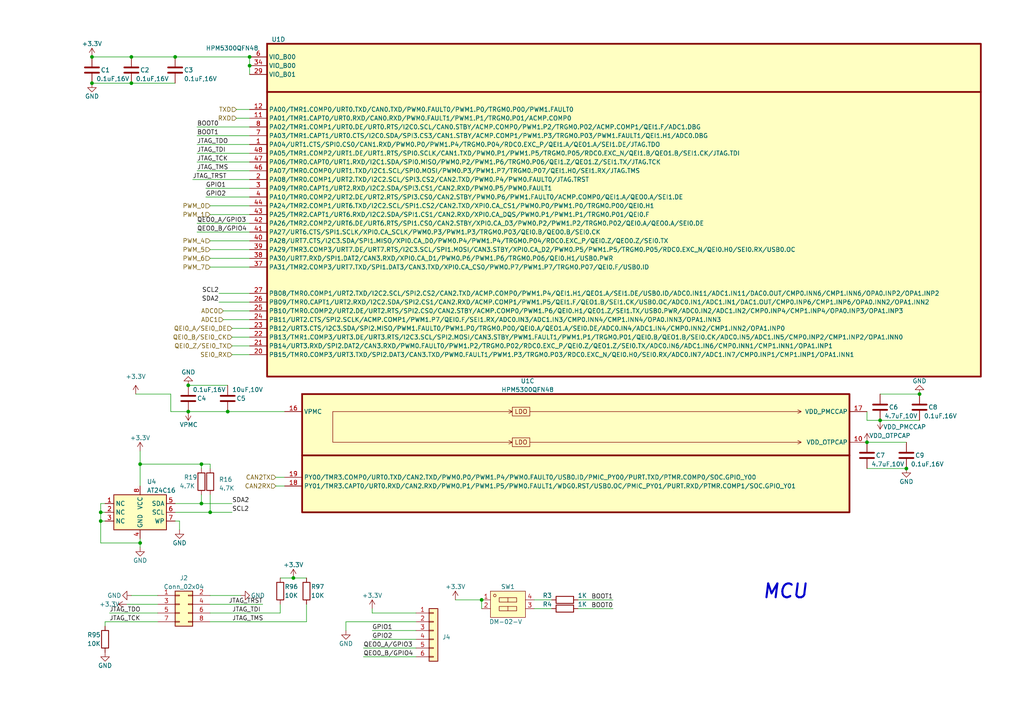
<source format=kicad_sch>
(kicad_sch (version 20230121) (generator eeschema)
  (paper "A4")
  (lib_symbols
    (symbol "00_HPM5300_Library:HPM5361IEG1"
      (property "Reference" "U" (at 1.27 1.27 0))
      (property "Value" "HPM5361IEG1" (at 26.67 1.27 0))
      (property "Footprint" "00_HPM_Library:QFN-48_6x6mm_P0.4mm_EP4.2x4.2mm" (at 19.05 7.62 0))
      (symbol "HPM5361IEG1_1_0"
        (pin power_in line (at 38.1 -21.59 180) (length 2.54) (name "VSS") (number "49"))
      )
      (symbol "HPM5361IEG1_1_1"
        (polyline (pts (xy 0 -44.45) (xy 35.56 -44.45)) (stroke (width 0.508)))
        (polyline (pts (xy 8.89 -6.35) (xy 14.605 -6.35) (xy 14.605 -10.16) (xy 13.97 -9.525) (xy 14.605 -10.16) (xy 15.24 -9.525)))
        (polyline (pts (xy 14.605 -12.7) (xy 14.605 -16.51) (xy 8.89 -16.51) (xy 9.525 -15.875) (xy 8.89 -16.51) (xy 9.525 -17.145)))
        (rectangle (start 0 0) (end 35.56 -60.96) (stroke (width 0.508)) (fill (type background)))
        (rectangle (start 1.27 -5.08) (end 8.89 -7.62))
        (rectangle (start 10.16 -10.16) (end 17.78 -12.7))
        (text "Analog_Domain" (at 11.43 -46.99 0) (effects (font (size 1.778 1.778))))
        (text "DCDC" (at 13.97 -11.43 0) (effects (font (size 1.27 1.27))))
        (text "DCDC_Domain" (at 10.16 -2.54 0) (effects (font (size 1.778 1.778))))
        (text "Internal" (at 5.08 -6.35 0) (effects (font (size 1.27 1.27))))
        (pin power_in line (at -5.08 -16.51 0) (length 5.08) (name "DCDC_LP") (number "15"))
        (pin power_in line (at 40.64 -11.43 180) (length 5.08) (name "VDD_SOC") (number "28"))
        (pin power_in line (at 40.64 -55.88 180) (length 5.08) (name "VREFL") (number "30"))
        (pin power_in line (at 40.64 -49.53 180) (length 5.08) (name "VREFH") (number "31"))
        (pin power_in line (at -5.08 -55.88 0) (length 5.08) (name "VANA") (number "32"))
        (pin power_in line (at 40.64 -13.97 180) (length 5.08) (name "VDD_SOC") (number "33"))
        (pin power_in line (at 40.64 -16.51 180) (length 5.08) (name "VDD_SOC") (number "45"))
        (pin power_in line (at 40.64 -6.35 180) (length 5.08) (name "VDD_SOC") (number "5"))
        (pin power_in line (at 40.64 -8.89 180) (length 5.08) (name "VDD_SOC") (number "9"))
      )
      (symbol "HPM5361IEG1_2_1"
        (rectangle (start 0 0) (end 35.56 -30.48) (stroke (width 0.508)) (fill (type background)))
        (pin input line (at -5.08 -20.32 0) (length 5.08) (name "RESETN") (number "13"))
        (pin input line (at -5.08 -24.13 0) (length 5.08) (name "WAKEUP") (number "14"))
        (pin input line (at -5.08 -5.08 0) (length 5.08) (name "XTALI") (number "35"))
        (pin output line (at -5.08 -15.24 0) (length 5.08) (name "XTALO") (number "36"))
      )
      (symbol "HPM5361IEG1_3_0"
        (polyline (pts (xy 8.89 -13.97) (xy 60.96 -13.97) (xy 59.944 -13.462) (xy 60.96 -13.97) (xy 59.944 -14.478)))
        (polyline (pts (xy 8.89 -5.08) (xy 60.96 -5.08) (xy 59.944 -4.572) (xy 60.96 -5.08) (xy 59.944 -5.588)))
        (polyline (pts (xy 66.04 -13.97) (xy 144.78 -13.97) (xy 143.764 -13.462) (xy 144.78 -13.97) (xy 143.764 -14.478)))
        (polyline (pts (xy 66.04 -5.08) (xy 144.78 -5.08) (xy 143.764 -4.572) (xy 144.78 -5.08) (xy 143.764 -5.588)))
      )
      (symbol "HPM5361IEG1_3_1"
        (polyline (pts (xy 0 -17.78) (xy 158.75 -17.78)) (stroke (width 0.508)))
        (polyline (pts (xy 8.89 -12.7) (xy 8.89 -5.08) (xy 8.89 -13.97)))
        (rectangle (start 0 0) (end 158.75 -34.29) (stroke (width 0.508)) (fill (type background)))
        (rectangle (start 60.96 -12.7) (end 66.04 -15.24))
        (rectangle (start 60.96 -3.81) (end 66.04 -6.35))
        (text "LDO" (at 63.5 -13.97 0) (effects (font (size 1.27 1.27))))
        (text "LDO" (at 63.5 -5.08 0) (effects (font (size 1.27 1.27))))
        (pin power_out line (at 163.83 -13.97 180) (length 5.08) (name "VDD_OTPCAP") (number "10"))
        (pin power_in line (at -5.08 -5.08 0) (length 5.08) (name "VPMC") (number "16"))
        (pin power_out line (at 163.83 -5.08 180) (length 5.08) (name "VDD_PMCCAP") (number "17"))
        (pin bidirectional line (at -5.08 -26.67 0) (length 5.08) (name "PY01/TMR3.CAPT0/URT0.RXD/CAN2.RXD/PWM0.P1/PWM1.P5/PWM0.FAULT1/WDG0.RST/USB0.OC/PMIC_PY01/PURT.RXD/PTMR.COMP1/SOC.GPIO_Y01") (number "18"))
        (pin bidirectional line (at -5.08 -24.13 0) (length 5.08) (name "PY00/TMR3.COMP0/URT0.TXD/CAN2.TXD/PWM0.P0/PWM1.P4/PWM0.FAULT0/USB0.ID/PMIC_PY00/PURT.TXD/PTMR.COMP0/SOC.GPIO_Y00") (number "19"))
      )
      (symbol "HPM5361IEG1_4_1"
        (polyline (pts (xy 0 -13.97) (xy 207.01 -13.97)) (stroke (width 0.5)))
        (rectangle (start 0 0) (end 207.01 -96.52) (stroke (width 0.508)) (fill (type background)))
        (pin bidirectional line (at -5.08 -29.21 0) (length 5.08) (name "PA04/URT1.CTS/SPI0.CS0/CAN1.RXD/PWM0.P0/PWM1.P4/TRGM0.P04/RDC0.EXC_P/QEI1.A/QEO1.A/SEI1.DE/JTAG.TDO") (number "1"))
        (pin bidirectional line (at -5.08 -21.59 0) (length 5.08) (name "PA01/TMR1.CAPT0/URT0.RXD/CAN0.RXD/PWM0.FAULT1/PWM1.P1/TRGM0.P01/ACMP.COMP0") (number "11"))
        (pin bidirectional line (at -5.08 -19.05 0) (length 5.08) (name "PA00/TMR1.COMP0/URT0.TXD/CAN0.TXD/PWM0.FAULT0/PWM1.P0/TRGM0.P00/PWM1.FAULT0") (number "12"))
        (pin bidirectional line (at -5.08 -39.37 0) (length 5.08) (name "PA08/TMR0.COMP1/URT2.TXD/I2C2.SCL/SPI3.CS2/CAN2.TXD/PWM0.P4/PWM0.FAULT0/JTAG.TRST") (number "2"))
        (pin bidirectional line (at -5.08 -90.17 0) (length 5.08) (name "PB15/TMR0.COMP3/URT3.TXD/SPI2.DAT3/CAN3.TXD/PWM0.FAULT1/PWM1.P3/TRGM0.P03/RDC0.EXC_N/QEI0.H0/SEI0.RX/ADC0.IN7/ADC1.IN7/CMP0.INP1/CMP1.INP1/OPA1.INN1") (number "20"))
        (pin bidirectional line (at -5.08 -87.63 0) (length 5.08) (name "PB14/URT3.RXD/SPI2.DAT2/CAN3.RXD/PWM0.FAULT0/PWM1.P2/TRGM0.P02/RDC0.EXC_P/QEI0.Z/QEO1.Z/SEI0.TX/ADC0.IN6/ADC1.IN6/CMP0.INN1/CMP1.INN1/OPA1.INP1") (number "21"))
        (pin bidirectional line (at -5.08 -85.09 0) (length 5.08) (name "PB13/TMR1.COMP3/URT3.DE/URT3.RTS/I2C3.SCL/SPI2.MOSI/CAN3.STBY/PWM1.FAULT1/PWM1.P1/TRGM0.P01/QEI0.B/QEO1.B/SEI0.CK/ADC0.IN5/ADC1.IN5/CMP0.INP2/CMP1.INP2/OPA1.INN0") (number "22"))
        (pin bidirectional line (at -5.08 -82.55 0) (length 5.08) (name "PB12/URT3.CTS/I2C3.SDA/SPI2.MISO/PWM1.FAULT0/PWM1.P0/TRGM0.P00/QEI0.A/QEO1.A/SEI0.DE/ADC0.IN4/ADC1.IN4/CMP0.INN2/CMP1.INN2/OPA1.INP0") (number "23"))
        (pin bidirectional line (at -5.08 -80.01 0) (length 5.08) (name "PB11/URT2.CTS/SPI2.SCLK/ACMP.COMP1/PWM1.P7/QEI0.F/SEI1.RX/ADC0.IN3/ADC1.IN3/CMP0.INN4/CMP1.INN4/OPA0.INN3/OPA1.INN3") (number "24"))
        (pin bidirectional line (at -5.08 -77.47 0) (length 5.08) (name "PB10/TMR0.COMP2/URT2.DE/URT2.RTS/SPI2.CS0/CAN2.STBY/ACMP.COMP0/PWM1.P6/QEI0.H1/QEO1.Z/SEI1.TX/USB0.PWR/ADC0.IN2/ADC1.IN2/CMP0.INP4/CMP1.INP4/OPA0.INP3/OPA1.INP3") (number "25"))
        (pin bidirectional line (at -5.08 -74.93 0) (length 5.08) (name "PB09/TMR0.CAPT1/URT2.RXD/I2C2.SDA/SPI2.CS1/CAN2.RXD/ACMP.COMP1/PWM1.P5/QEI1.F/QEO1.B/SEI1.CK/USB0.OC/ADC0.IN1/ADC1.IN1/DAC1.OUT/CMP0.INP6/CMP1.INP6/OPA0.INN2/OPA1.INN2") (number "26"))
        (pin bidirectional line (at -5.08 -72.39 0) (length 5.08) (name "PB08/TMR0.COMP1/URT2.TXD/I2C2.SCL/SPI2.CS2/CAN2.TXD/ACMP.COMP0/PWM1.P4/QEI1.H1/QEO1.A/SEI1.DE/USB0.ID/ADC0.IN11/ADC1.IN11/DAC0.OUT/CMP0.INN6/CMP1.INN6/OPA0.INP2/OPA1.INP2") (number "27"))
        (pin power_in line (at -5.08 -8.89 0) (length 5.08) (name "VIO_B01") (number "29"))
        (pin bidirectional line (at -5.08 -41.91 0) (length 5.08) (name "PA09/TMR0.CAPT1/URT2.RXD/I2C2.SDA/SPI3.CS1/CAN2.RXD/PWM0.P5/PWM0.FAULT1") (number "3"))
        (pin power_in line (at -5.08 -6.35 0) (length 5.08) (name "VIO_B00") (number "34"))
        (pin bidirectional line (at -5.08 -64.77 0) (length 5.08) (name "PA31/TMR2.COMP3/URT7.TXD/SPI1.DAT3/CAN3.TXD/XPI0.CA_CS0/PWM0.P7/PWM1.P7/TRGM0.P07/QEI0.F/USB0.ID") (number "37"))
        (pin bidirectional line (at -5.08 -62.23 0) (length 5.08) (name "PA30/URT7.RXD/SPI1.DAT2/CAN3.RXD/XPI0.CA_D1/PWM0.P6/PWM1.P6/TRGM0.P06/QEI0.H1/USB0.PWR") (number "38"))
        (pin bidirectional line (at -5.08 -59.69 0) (length 5.08) (name "PA29/TMR3.COMP3/URT7.DE/URT7.RTS/I2C3.SCL/SPI1.MOSI/CAN3.STBY/XPI0.CA_D2/PWM0.P5/PWM1.P5/TRGM0.P05/RDC0.EXC_N/QEI0.H0/SEI0.RX/USB0.OC") (number "39"))
        (pin bidirectional line (at -5.08 -44.45 0) (length 5.08) (name "PA10/TMR0.COMP2/URT2.DE/URT2.RTS/SPI3.CS0/CAN2.STBY/PWM0.P6/PWM1.FAULT0/ACMP.COMP0/QEI1.A/QEO0.A/SEI1.DE") (number "4"))
        (pin bidirectional line (at -5.08 -57.15 0) (length 5.08) (name "PA28/URT7.CTS/I2C3.SDA/SPI1.MISO/XPI0.CA_D0/PWM0.P4/PWM1.P4/TRGM0.P04/RDC0.EXC_P/QEI0.Z/QEO0.Z/SEI0.TX") (number "40"))
        (pin bidirectional line (at -5.08 -54.61 0) (length 5.08) (name "PA27/URT6.CTS/SPI1.SCLK/XPI0.CA_SCLK/PWM0.P3/PWM1.P3/TRGM0.P03/QEI0.B/QEO0.B/SEI0.CK") (number "41"))
        (pin bidirectional line (at -5.08 -52.07 0) (length 5.08) (name "PA26/TMR2.COMP2/URT6.DE/URT6.RTS/SPI1.CS0/CAN2.STBY/XPI0.CA_D3/PWM0.P2/PWM1.P2/TRGM0.P02/QEI0.A/QEO0.A/SEI0.DE") (number "42"))
        (pin bidirectional line (at -5.08 -49.53 0) (length 5.08) (name "PA25/TMR2.CAPT1/URT6.RXD/I2C2.SDA/SPI1.CS1/CAN2.RXD/XPI0.CA_DQS/PWM0.P1/PWM1.P1/TRGM0.P01/QEI0.F") (number "43"))
        (pin bidirectional line (at -5.08 -46.99 0) (length 5.08) (name "PA24/TMR2.COMP1/URT6.TXD/I2C2.SCL/SPI1.CS2/CAN2.TXD/XPI0.CA_CS1/PWM0.P0/PWM1.P0/TRGM0.P00/QEI0.H1") (number "44"))
        (pin bidirectional line (at -5.08 -36.83 0) (length 5.08) (name "PA07/TMR0.COMP0/URT1.TXD/I2C1.SCL/SPI0.MOSI/PWM0.P3/PWM1.P7/TRGM0.P07/QEI1.H0/SEI1.RX/JTAG.TMS") (number "46"))
        (pin bidirectional line (at -5.08 -34.29 0) (length 5.08) (name "PA06/TMR0.CAPT0/URT1.RXD/I2C1.SDA/SPI0.MISO/PWM0.P2/PWM1.P6/TRGM0.P06/QEI1.Z/QEO1.Z/SEI1.TX/JTAG.TCK") (number "47"))
        (pin bidirectional line (at -5.08 -31.75 0) (length 5.08) (name "PA05/TMR1.COMP2/URT1.DE/URT1.RTS/SPI0.SCLK/CAN1.TXD/PWM0.P1/PWM1.P5/TRGM0.P05/RDC0.EXC_N/QEI1.B/QEO1.B/SEI1.CK/JTAG.TDI") (number "48"))
        (pin power_in line (at -5.08 -3.81 0) (length 5.08) (name "VIO_B00") (number "6"))
        (pin bidirectional line (at -5.08 -26.67 0) (length 5.08) (name "PA03/TMR1.CAPT1/URT0.CTS/I2C0.SDA/SPI3.CS3/CAN1.STBY/ACMP.COMP1/PWM1.P3/TRGM0.P03/PWM1.FAULT1/QEI1.H1/ADC0.DBG") (number "7"))
        (pin bidirectional line (at -5.08 -24.13 0) (length 5.08) (name "PA02/TMR1.COMP1/URT0.DE/URT0.RTS/I2C0.SCL/CAN0.STBY/ACMP.COMP0/PWM1.P2/TRGM0.P02/ACMP.COMP1/QEI1.F/ADC1.DBG") (number "8"))
      )
    )
    (symbol "00_HPM_power:VDD_OTPCAP" (power) (pin_names (offset 0))
      (property "Value" "VDD_OTPCAP" (at 0 3.81 0))
      (symbol "VDD_OTPCAP_0_1"
        (polyline (pts (xy -0.762 1.27) (xy 0 2.54)))
        (polyline (pts (xy 0 0) (xy 0 2.54)))
        (polyline (pts (xy 0 2.54) (xy 0.762 1.27)))
      )
      (symbol "VDD_OTPCAP_1_1"
        (pin power_in line (at 0 0 90) (length 0) hide (name "VDD_OTPCAP") (number "1"))
      )
    )
    (symbol "00_HPM_power:VDD_PMCCAP" (power) (pin_names (offset 0))
      (property "Value" "VDD_PMCCAP" (at 0 3.81 0))
      (symbol "VDD_PMCCAP_0_1"
        (polyline (pts (xy -0.762 1.27) (xy 0 2.54)))
        (polyline (pts (xy 0 0) (xy 0 2.54)))
        (polyline (pts (xy 0 2.54) (xy 0.762 1.27)))
      )
      (symbol "VDD_PMCCAP_1_1"
        (pin power_in line (at 0 0 90) (length 0) hide (name "VDD_PMCCAP") (number "1"))
      )
    )
    (symbol "00_HPM_power:VPMC" (power) (pin_names (offset 0))
      (property "Value" "VPMC" (at 0 3.81 0))
      (symbol "VPMC_0_1"
        (polyline (pts (xy -0.762 1.27) (xy 0 2.54)))
        (polyline (pts (xy 0 0) (xy 0 2.54)))
        (polyline (pts (xy 0 2.54) (xy 0.762 1.27)))
      )
      (symbol "VPMC_1_1"
        (pin power_in line (at 0 0 90) (length 0) hide (name "VPMC") (number "1"))
      )
    )
    (symbol "01-HPM-Peripheral:DM-02-V" (pin_names (offset 1.016) hide)
      (property "Reference" "SW" (at -0.635 5.08 0))
      (property "Value" "DM-02-V" (at -0.635 -5.08 0))
      (symbol "DM-02-V_1_1"
        (rectangle (start -5.08 -3.81) (end 5.08 3.81) (fill (type background)))
        (circle (center -3.81 2.54) (radius 0.381))
        (rectangle (start -2.54 -1.905) (end 2.54 -0.635))
        (rectangle (start -2.54 0.635) (end 2.54 1.905))
        (polyline (pts (xy 0 -0.635) (xy 0 -1.905)))
        (polyline (pts (xy 0 1.905) (xy 0 0.635)))
        (pin input line (at -7.62 1.27 0) (length 2.54) (name "PIN1") (number "1"))
        (pin input line (at -7.62 -1.27 0) (length 2.54) (name "PIN2") (number "2"))
        (pin input line (at 7.62 -1.27 180) (length 2.54) (name "PIN3") (number "3"))
        (pin input line (at 7.62 1.27 180) (length 2.54) (name "PIN4") (number "4"))
      )
    )
    (symbol "02_HPM_Resistor:10K_0402" (pin_numbers hide) (pin_names (offset 0))
      (property "Reference" "R" (at 0 3.81 0))
      (property "Value" "10K" (at 0 6.35 0))
      (symbol "10K_0402_0_1"
        (rectangle (start 2.54 -1.016) (end -2.54 1.016) (stroke (width 0.254)))
      )
      (symbol "10K_0402_1_1"
        (pin passive line (at -3.81 0 0) (length 1.27) (name "~") (number "1"))
        (pin passive line (at 3.81 0 180) (length 1.27) (name "~") (number "2"))
      )
    )
    (symbol "02_HPM_Resistor:1K_0402" (pin_numbers hide) (pin_names (offset 0))
      (property "Reference" "R" (at 0 3.81 0))
      (property "Value" "1K" (at 0 6.35 0))
      (symbol "1K_0402_0_1"
        (rectangle (start 2.54 -1.016) (end -2.54 1.016) (stroke (width 0.254)))
      )
      (symbol "1K_0402_1_1"
        (pin passive line (at -3.81 0 0) (length 1.27) (name "~") (number "1"))
        (pin passive line (at 3.81 0 180) (length 1.27) (name "~") (number "2"))
      )
    )
    (symbol "02_HPM_Resistor:4.7K_0402" (pin_numbers hide) (pin_names (offset 0))
      (property "Reference" "R" (at 0 3.81 0))
      (property "Value" "4.7K" (at 0 6.35 0))
      (symbol "4.7K_0402_0_1"
        (rectangle (start 2.54 -1.016) (end -2.54 1.016) (stroke (width 0.254)))
      )
      (symbol "4.7K_0402_1_1"
        (pin passive line (at -3.81 0 0) (length 1.27) (name "~") (number "1"))
        (pin passive line (at 3.81 0 180) (length 1.27) (name "~") (number "2"))
      )
    )
    (symbol "03_HPM_Capacitance:0.1uF,16V_0402" (pin_numbers hide) (pin_names (offset 0.254))
      (property "Reference" "C" (at -1.27 10.16 0))
      (property "Value" "0.1uF,16V" (at -5.08 12.7 0))
      (symbol "0.1uF,16V_0402_0_1"
        (polyline (pts (xy -2.032 -0.762) (xy 2.032 -0.762)) (stroke (width 0.508)))
        (polyline (pts (xy -2.032 0.762) (xy 2.032 0.762)) (stroke (width 0.508)))
      )
      (symbol "0.1uF,16V_0402_1_1"
        (pin passive line (at 0 3.81 270) (length 2.794) (name "~") (number "1"))
        (pin passive line (at 0 -3.81 90) (length 2.794) (name "~") (number "2"))
      )
    )
    (symbol "03_HPM_Capacitance:10uF,10V_0402" (pin_numbers hide) (pin_names (offset 0.254))
      (property "Reference" "C" (at -3.81 15.24 0))
      (property "Value" "10uF,10V" (at -3.81 10.16 0))
      (symbol "10uF,10V_0402_0_1"
        (polyline (pts (xy -2.032 -0.762) (xy 2.032 -0.762)) (stroke (width 0.508)))
        (polyline (pts (xy -2.032 0.762) (xy 2.032 0.762)) (stroke (width 0.508)))
      )
      (symbol "10uF,10V_0402_1_1"
        (pin passive line (at 0 3.81 270) (length 2.794) (name "~") (number "1"))
        (pin passive line (at 0 -3.81 90) (length 2.794) (name "~") (number "2"))
      )
    )
    (symbol "03_HPM_Capacitance:4.7uF,10V_0402" (pin_numbers hide) (pin_names (offset 0.254))
      (property "Reference" "C" (at 0.635 2.54 0))
      (property "Value" "4.7uF,10V" (at 0.635 -2.54 0))
      (symbol "4.7uF,10V_0402_0_1"
        (polyline (pts (xy -2.032 -0.762) (xy 2.032 -0.762)) (stroke (width 0.508)))
        (polyline (pts (xy -2.032 0.762) (xy 2.032 0.762)) (stroke (width 0.508)))
      )
      (symbol "4.7uF,10V_0402_1_1"
        (pin passive line (at 0 3.81 270) (length 2.794) (name "~") (number "1"))
        (pin passive line (at 0 -3.81 90) (length 2.794) (name "~") (number "2"))
      )
    )
    (symbol "05_HPM_Connector_PinHeader:Conn_01x06" (pin_names (offset 1.016) hide)
      (property "Reference" "J" (at 0 13.97 0))
      (symbol "Conn_01x06_1_1"
        (rectangle (start 0 -1.143) (end 1.27 -1.397) (stroke (width 0.1524)))
        (rectangle (start 0 1.397) (end 1.27 1.143) (stroke (width 0.1524)))
        (rectangle (start 0 3.937) (end 1.27 3.683) (stroke (width 0.1524)))
        (rectangle (start 0 6.477) (end 1.27 6.223) (stroke (width 0.1524)))
        (rectangle (start 0 9.017) (end 1.27 8.763) (stroke (width 0.1524)))
        (rectangle (start 0 11.557) (end 1.27 11.303) (stroke (width 0.1524)))
        (rectangle (start 0 12.7) (end 2.54 -2.54) (stroke (width 0.254)) (fill (type background)))
        (pin passive line (at -3.81 11.43 0) (length 3.81) (name "Pin_1") (number "1"))
        (pin passive line (at -3.81 8.89 0) (length 3.81) (name "Pin_2") (number "2"))
        (pin passive line (at -3.81 6.35 0) (length 3.81) (name "Pin_3") (number "3"))
        (pin passive line (at -3.81 3.81 0) (length 3.81) (name "Pin_4") (number "4"))
        (pin passive line (at -3.81 1.27 0) (length 3.81) (name "Pin_5") (number "5"))
        (pin passive line (at -3.81 -1.27 0) (length 3.81) (name "Pin_6") (number "6"))
      )
    )
    (symbol "05_HPM_Connector_PinHeader:Conn_02x04" (pin_names (offset 1.016) hide)
      (property "Reference" "J" (at 1.27 5.08 0))
      (property "Value" "Conn_02x04" (at 2.54 7.62 0))
      (symbol "Conn_02x04_1_1"
        (rectangle (start -1.27 -4.953) (end 0 -5.207) (stroke (width 0.1524)))
        (rectangle (start -1.27 -2.413) (end 0 -2.667) (stroke (width 0.1524)))
        (rectangle (start -1.27 0.127) (end 0 -0.127) (stroke (width 0.1524)))
        (rectangle (start -1.27 2.667) (end 0 2.413) (stroke (width 0.1524)))
        (rectangle (start -1.27 3.81) (end 3.81 -6.35) (stroke (width 0.254)) (fill (type background)))
        (rectangle (start 3.81 -4.953) (end 2.54 -5.207) (stroke (width 0.1524)))
        (rectangle (start 3.81 -2.413) (end 2.54 -2.667) (stroke (width 0.1524)))
        (rectangle (start 3.81 0.127) (end 2.54 -0.127) (stroke (width 0.1524)))
        (rectangle (start 3.81 2.667) (end 2.54 2.413) (stroke (width 0.1524)))
        (pin passive line (at -6.35 2.54 0) (length 5.08) (name "") (number "1"))
        (pin passive line (at 8.89 2.54 180) (length 5.08) (name "") (number "2"))
        (pin passive line (at -6.35 0 0) (length 5.08) (name "") (number "3"))
        (pin passive line (at 8.89 0 180) (length 5.08) (name "") (number "4"))
        (pin passive line (at -6.35 -2.54 0) (length 5.08) (name "") (number "5"))
        (pin passive line (at 8.89 -2.54 180) (length 5.08) (name "") (number "6"))
        (pin passive line (at -6.35 -5.08 0) (length 5.08) (name "") (number "7"))
        (pin passive line (at 8.89 -5.08 180) (length 5.08) (name "") (number "8"))
      )
    )
    (symbol "10_HPM_Storage_IC:AT24C16"
      (property "Reference" "U" (at -6.35 6.35 0))
      (property "Value" "AT24C16" (at 1.27 6.35 0))
      (symbol "AT24C16_0_1"
        (rectangle (start -7.62 5.08) (end 7.62 -5.08) (stroke (width 0.254)) (fill (type background)))
      )
      (symbol "AT24C16_1_1"
        (pin input line (at -10.16 2.54 0) (length 2.54) (name "NC") (number "1"))
        (pin input line (at -10.16 0 0) (length 2.54) (name "NC") (number "2"))
        (pin input line (at -10.16 -2.54 0) (length 2.54) (name "NC") (number "3"))
        (pin power_in line (at 0 -7.62 90) (length 2.54) (name "GND") (number "4"))
        (pin bidirectional line (at 10.16 2.54 180) (length 2.54) (name "SDA") (number "5"))
        (pin input line (at 10.16 0 180) (length 2.54) (name "SCL") (number "6"))
        (pin input line (at 10.16 -2.54 180) (length 2.54) (name "WP") (number "7"))
        (pin power_in line (at 0 7.62 270) (length 2.54) (name "VCC") (number "8"))
      )
    )
    (symbol "power:+3.3V" (power) (pin_names (offset 0))
      (property "Value" "+3.3V" (at 0 3.556 0))
      (symbol "+3.3V_0_1"
        (polyline (pts (xy -0.762 1.27) (xy 0 2.54)))
        (polyline (pts (xy 0 0) (xy 0 2.54)))
        (polyline (pts (xy 0 2.54) (xy 0.762 1.27)))
      )
      (symbol "+3.3V_1_1"
        (pin power_in line (at 0 0 90) (length 0) hide (name "+3.3V") (number "1"))
      )
    )
    (symbol "power:GND" (power) (pin_names (offset 0))
      (property "Value" "GND" (at 0 -3.81 0))
      (symbol "GND_0_1"
        (polyline (pts (xy 0 0) (xy 0 -1.27) (xy 1.27 -1.27) (xy 0 -2.54) (xy -1.27 -1.27) (xy 0 -1.27)))
      )
      (symbol "GND_1_1"
        (pin power_in line (at 0 0 270) (length 0) hide (name "GND") (number "1"))
      )
    )
  )
  (junction (at 251.46 128.27))
  (junction (at 60.96 148.59))
  (junction (at 38.1 16.51))
  (junction (at 26.67 16.51))
  (junction (at 85.09 167.64))
  (junction (at 58.42 146.05))
  (junction (at 40.64 157.48))
  (junction (at 58.42 134.62))
  (junction (at 40.64 134.62))
  (junction (at 50.8 16.51))
  (junction (at 54.61 111.76))
  (junction (at 26.67 24.13))
  (junction (at 72.39 16.51))
  (junction (at 266.7 114.3))
  (junction (at 54.61 119.38))
  (junction (at 255.27 121.92))
  (junction (at 29.21 148.59))
  (junction (at 139.7 173.99))
  (junction (at 38.1 24.13))
  (junction (at 66.04 119.38))
  (junction (at 262.89 135.89))
  (junction (at 29.21 151.13))
  (junction (at 72.39 19.05))
  (wire (pts (xy 40.64 156.21) (xy 40.64 157.48)))
  (wire (pts (xy 105.41 187.96) (xy 120.65 187.96)))
  (wire (pts (xy 57.15 36.83) (xy 72.39 36.83)))
  (wire (pts (xy 81.28 177.8) (xy 81.28 175.26)))
  (wire (pts (xy 64.77 90.17) (xy 72.39 90.17)))
  (wire (pts (xy 40.64 157.48) (xy 40.64 158.75)))
  (wire (pts (xy 69.85 172.72) (xy 60.96 172.72)))
  (wire (pts (xy 57.15 49.53) (xy 72.39 49.53)))
  (wire (pts (xy 81.28 167.64) (xy 85.09 167.64)))
  (wire (pts (xy 60.96 77.47) (xy 72.39 77.47)))
  (wire (pts (xy 54.61 111.76) (xy 66.04 111.76)))
  (wire (pts (xy 100.33 180.34) (xy 100.33 182.88)))
  (wire (pts (xy 58.42 135.89) (xy 58.42 134.62)))
  (wire (pts (xy 63.5 87.63) (xy 72.39 87.63)))
  (wire (pts (xy 67.31 102.87) (xy 72.39 102.87)))
  (wire (pts (xy 49.53 119.38) (xy 54.61 119.38)))
  (wire (pts (xy 50.8 151.13) (xy 52.07 151.13)))
  (wire (pts (xy 60.96 72.39) (xy 72.39 72.39)))
  (wire (pts (xy 55.88 52.07) (xy 72.39 52.07)))
  (wire (pts (xy 57.15 64.77) (xy 72.39 64.77)))
  (wire (pts (xy 29.21 148.59) (xy 29.21 151.13)))
  (wire (pts (xy 57.15 44.45) (xy 72.39 44.45)))
  (wire (pts (xy 57.15 39.37) (xy 72.39 39.37)))
  (wire (pts (xy 64.77 92.71) (xy 72.39 92.71)))
  (wire (pts (xy 29.21 148.59) (xy 29.21 146.05)))
  (wire (pts (xy 50.8 146.05) (xy 58.42 146.05)))
  (wire (pts (xy 40.64 130.81) (xy 40.64 134.62)))
  (wire (pts (xy 50.8 16.51) (xy 72.39 16.51)))
  (wire (pts (xy 251.46 119.38) (xy 251.46 121.92)))
  (wire (pts (xy 30.48 181.61) (xy 30.48 180.34)))
  (wire (pts (xy 60.96 148.59) (xy 67.31 148.59)))
  (wire (pts (xy 154.94 173.99) (xy 160.02 173.99)))
  (wire (pts (xy 60.96 59.69) (xy 72.39 59.69)))
  (wire (pts (xy 60.96 177.8) (xy 81.28 177.8)))
  (wire (pts (xy 60.96 143.51) (xy 60.96 148.59)))
  (wire (pts (xy 107.95 182.88) (xy 120.65 182.88)))
  (wire (pts (xy 255.27 114.3) (xy 266.7 114.3)))
  (wire (pts (xy 57.15 67.31) (xy 72.39 67.31)))
  (wire (pts (xy 66.04 119.38) (xy 82.55 119.38)))
  (wire (pts (xy 139.7 173.99) (xy 139.7 176.53)))
  (wire (pts (xy 251.46 121.92) (xy 255.27 121.92)))
  (wire (pts (xy 76.2 175.26) (xy 60.96 175.26)))
  (wire (pts (xy 85.09 167.64) (xy 88.9 167.64)))
  (wire (pts (xy 120.65 177.8) (xy 107.95 177.8)))
  (wire (pts (xy 72.39 19.05) (xy 72.39 21.59)))
  (wire (pts (xy 30.48 148.59) (xy 29.21 148.59)))
  (wire (pts (xy 60.96 74.93) (xy 72.39 74.93)))
  (wire (pts (xy 58.42 134.62) (xy 40.64 134.62)))
  (wire (pts (xy 255.27 121.92) (xy 266.7 121.92)))
  (wire (pts (xy 29.21 151.13) (xy 30.48 151.13)))
  (wire (pts (xy 68.58 31.75) (xy 72.39 31.75)))
  (wire (pts (xy 105.41 190.5) (xy 120.65 190.5)))
  (wire (pts (xy 154.94 176.53) (xy 160.02 176.53)))
  (wire (pts (xy 68.58 34.29) (xy 72.39 34.29)))
  (wire (pts (xy 80.01 138.43) (xy 82.55 138.43)))
  (wire (pts (xy 60.96 69.85) (xy 72.39 69.85)))
  (wire (pts (xy 45.72 180.34) (xy 30.48 180.34)))
  (wire (pts (xy 251.46 128.27) (xy 262.89 128.27)))
  (wire (pts (xy 132.08 173.99) (xy 139.7 173.99)))
  (wire (pts (xy 45.72 177.8) (xy 31.75 177.8)))
  (wire (pts (xy 177.8 173.99) (xy 167.64 173.99)))
  (wire (pts (xy 100.33 180.34) (xy 120.65 180.34)))
  (wire (pts (xy 107.95 185.42) (xy 120.65 185.42)))
  (wire (pts (xy 60.96 135.89) (xy 60.96 134.62)))
  (wire (pts (xy 177.8 176.53) (xy 167.64 176.53)))
  (wire (pts (xy 26.67 24.13) (xy 38.1 24.13)))
  (wire (pts (xy 67.31 95.25) (xy 72.39 95.25)))
  (wire (pts (xy 52.07 151.13) (xy 52.07 153.67)))
  (wire (pts (xy 67.31 100.33) (xy 72.39 100.33)))
  (wire (pts (xy 60.96 62.23) (xy 72.39 62.23)))
  (wire (pts (xy 49.53 119.38) (xy 49.53 114.3)))
  (wire (pts (xy 59.69 57.15) (xy 72.39 57.15)))
  (wire (pts (xy 60.96 180.34) (xy 88.9 180.34)))
  (wire (pts (xy 58.42 143.51) (xy 58.42 146.05)))
  (wire (pts (xy 251.46 135.89) (xy 262.89 135.89)))
  (wire (pts (xy 54.61 119.38) (xy 66.04 119.38)))
  (wire (pts (xy 59.69 54.61) (xy 72.39 54.61)))
  (wire (pts (xy 88.9 175.26) (xy 88.9 180.34)))
  (wire (pts (xy 58.42 146.05) (xy 67.31 146.05)))
  (wire (pts (xy 45.72 175.26) (xy 36.83 175.26)))
  (wire (pts (xy 26.67 16.51) (xy 38.1 16.51)))
  (wire (pts (xy 67.31 97.79) (xy 72.39 97.79)))
  (wire (pts (xy 72.39 16.51) (xy 72.39 19.05)))
  (wire (pts (xy 29.21 151.13) (xy 29.21 157.48)))
  (wire (pts (xy 57.15 41.91) (xy 72.39 41.91)))
  (wire (pts (xy 38.1 172.72) (xy 45.72 172.72)))
  (wire (pts (xy 60.96 134.62) (xy 58.42 134.62)))
  (wire (pts (xy 38.1 16.51) (xy 50.8 16.51)))
  (wire (pts (xy 40.64 134.62) (xy 40.64 140.97)))
  (wire (pts (xy 38.1 24.13) (xy 50.8 24.13)))
  (wire (pts (xy 80.01 140.97) (xy 82.55 140.97)))
  (wire (pts (xy 29.21 146.05) (xy 30.48 146.05)))
  (wire (pts (xy 50.8 148.59) (xy 60.96 148.59)))
  (wire (pts (xy 39.37 114.3) (xy 49.53 114.3)))
  (wire (pts (xy 57.15 46.99) (xy 72.39 46.99)))
  (wire (pts (xy 29.21 157.48) (xy 40.64 157.48)))
  (wire (pts (xy 63.5 85.09) (xy 72.39 85.09)))
  (wire (pts (xy 107.95 177.8) (xy 107.95 176.53)))
  (text "MCU" (at 220.98 173.99 0) (effects (font (size 4 4) (thickness 0.6) bold italic) (justify left bottom)))
  (label "QEO0_B{slash}GPIO4" (at 105.41 190.5 0))
  (label "SDA2" (at 67.31 146.05 0))
  (label "GPIO1" (at 59.69 54.61 0))
  (label "JTAG_TMS" (at 67.31 180.34 0))
  (label "JTAG_TRST" (at 55.88 52.07 0))
  (label "BOOT1" (at 57.15 39.37 0))
  (label "QEO0_A{slash}GPIO3" (at 105.41 187.96 0))
  (label "GPIO2" (at 107.95 185.42 0))
  (label "QEO0_B{slash}GPIO4" (at 57.15 67.31 0))
  (label "BOOT0" (at 177.8 176.53 180))
  (label "QEO0_A{slash}GPIO3" (at 57.15 64.77 0))
  (label "BOOT0" (at 57.15 36.83 0))
  (label "JTAG_TMS" (at 57.15 49.53 0))
  (label "JTAG_TDI" (at 57.15 44.45 0))
  (label "GPIO2" (at 59.69 57.15 0))
  (label "BOOT1" (at 177.8 173.99 180))
  (label "JTAG_TDO" (at 57.15 41.91 0))
  (label "SCL2" (at 67.31 148.59 0))
  (label "SCL2" (at 63.5 85.09 180))
  (label "JTAG_TCK" (at 57.15 46.99 0))
  (label "SDA2" (at 63.5 87.63 180))
  (label "JTAG_TCK" (at 31.75 180.34 0))
  (label "JTAG_TRST" (at 76.2 175.26 180))
  (label "JTAG_TDO" (at 31.75 177.8 0))
  (label "JTAG_TDI" (at 67.31 177.8 0))
  (label "GPIO1" (at 107.95 182.88 0))
  (hierarchical_label "QEI0_Z{slash}SEI0_TX" (shape input) (at 67.31 100.33 180))
  (hierarchical_label "PWM_4" (shape input) (at 60.96 69.85 180))
  (hierarchical_label "QEI0_B{slash}SEI0_CK" (shape input) (at 67.31 97.79 180))
  (hierarchical_label "ADC0" (shape input) (at 64.77 90.17 180))
  (hierarchical_label "TXD" (shape input) (at 68.58 31.75 180))
  (hierarchical_label "PWM_1" (shape input) (at 60.96 62.23 180))
  (hierarchical_label "SEI0_RX" (shape input) (at 67.31 102.87 180))
  (hierarchical_label "PWM_6" (shape input) (at 60.96 74.93 180))
  (hierarchical_label "ADC1" (shape input) (at 64.77 92.71 180))
  (hierarchical_label "QEI0_A{slash}SEI0_DE" (shape input) (at 67.31 95.25 180))
  (hierarchical_label "PWM_5" (shape input) (at 60.96 72.39 180))
  (hierarchical_label "PWM_7" (shape input) (at 60.96 77.47 180))
  (hierarchical_label "PWM_0" (shape input) (at 60.96 59.69 180))
  (hierarchical_label "CAN2RX" (shape input) (at 80.01 140.97 180))
  (hierarchical_label "CAN2TX" (shape input) (at 80.01 138.43 180))
  (hierarchical_label "RXD" (shape input) (at 68.58 34.29 180))
  (symbol (lib_id "power:+3.3V") (at 107.95 176.53 0) (unit 1)
    (property "Reference" "#PWR0125" (effects hide))
    (property "Value" "+3.3V" (at 107.95 172.72 0))
    (instances (project "HPM5300_DCServo_CTL_REVB" (path "" (reference "#PWR0125") (unit 1))) (project "HPM5300 SKT Board QFN48 REVA" (path "" (reference "#PWR0123") (unit 1))))
  )
  (symbol (lib_id "power:GND") (at 52.07 153.67 0) (unit 1)
    (property "Reference" "#PWR0153" (effects hide))
    (property "Value" "GND" (at 50.038 157.48 0) (effects (justify left)))
    (instances (project "HPM5300_DCServo_CTL_REVB" (path "" (reference "#PWR0153") (unit 1))) (project "HPM5300 SKT Board QFN32 REVA" (path "" (reference "#PWR090") (unit 1))))
  )
  (symbol (lib_id "power:+3.3V") (at 132.08 173.99 0) (unit 1)
    (property "Reference" "#PWR06" (effects hide))
    (property "Value" "+3.3V" (at 132.08 170.18 0))
    (instances (project "HPM5300_DCServo_CTL_REVB" (path "" (reference "#PWR06") (unit 1))) (project "HPM5300 SKT Board QFN48 REVA" (path "" (reference "#PWR0123") (unit 1))))
  )
  (symbol (lib_id "03_HPM_Capacitance:0.1uF,16V_0402") (at 54.61 115.57 0) (mirror x) (unit 1)
    (property "Reference" "C4" (at 57.15 115.57 0) (effects (justify left)))
    (property "Value" "0.1uF,16V" (at 55.88 113.03 0) (effects (justify left)))
    (property "Footprint" "03_HPM_Capacitance:C_0402_1005Metric" (effects hide))
    (property "Model" "CL05B104KO5NNNC" (effects hide))
    (property "Company" "SAMSUNG(三星)" (effects hide))
    (instances (project "HPM5300_DCServo_CTL_REVB" (path "" (reference "C4") (unit 1))) (project "HPM5300 SKT Board QFN48 REVA" (path "" (reference "C?") (unit 1)) (path "" (reference "C?") (unit 1)) (path "" (reference "C48") (unit 1))))
  )
  (symbol (lib_id "power:+3.3V") (at 39.37 114.3 0) (mirror y) (unit 1)
    (property "Reference" "#PWR07" (effects hide))
    (property "Value" "+3.3V" (at 39.37 109.22 0))
    (instances (project "HPM5300_DCServo_CTL_REVB" (path "" (reference "#PWR07") (unit 1))) (project "HPM5300 SKT Board QFN48 REVA" (path "" (reference "#PWR?") (unit 1)) (path "" (reference "#PWR?") (unit 1)) (path "" (reference "#PWR0186") (unit 1))))
  )
  (symbol (lib_id "03_HPM_Capacitance:10uF,10V_0402") (at 66.04 115.57 0) (mirror x) (unit 1)
    (property "Reference" "C5" (at 68.58 115.57 0) (effects (justify left)))
    (property "Value" "10uF,10V" (at 67.31 113.03 0) (effects (justify left)))
    (property "Footprint" "03_HPM_Capacitance:C_0402_1005Metric" (effects hide))
    (property "Model" "CL05A106MP5NUNC" (effects hide))
    (property "Company" " SAMSUNG(三星)" (effects hide))
    (instances (project "HPM5300_DCServo_CTL_REVB" (path "" (reference "C5") (unit 1))) (project "HPM5300 SKT Board QFN48 REVA" (path "" (reference "C?") (unit 1)) (path "" (reference "C?") (unit 1)) (path "" (reference "C49") (unit 1))))
  )
  (symbol (lib_id "03_HPM_Capacitance:0.1uF,16V_0402") (at 266.7 118.11 0) (unit 1)
    (property "Reference" "C8" (at 269.24 118.11 0) (effects (justify left)))
    (property "Value" "0.1uF,16V" (at 267.97 120.65 0) (effects (justify left)))
    (property "Footprint" "03_HPM_Capacitance:C_0402_1005Metric" (effects hide))
    (property "Model" "CL05B104KO5NNNC" (effects hide))
    (property "Company" "SAMSUNG(三星)" (effects hide))
    (instances (project "HPM5300_DCServo_CTL_REVB" (path "" (reference "C8") (unit 1))) (project "HPM5300 SKT Board QFN48 REVA" (path "" (reference "C?") (unit 1)) (path "" (reference "C?") (unit 1)) (path "" (reference "C47") (unit 1))))
  )
  (symbol (lib_id "05_HPM_Connector_PinHeader:Conn_02x04") (at 52.07 175.26 0) (unit 1)
    (property "Reference" "J2" (at 53.34 167.64 0))
    (property "Value" "Conn_02x04" (at 53.34 170.18 0))
    (property "Footprint" "05_HPM_Connector_PinHeader:PinHeader_2x04_P2.54mm_Vertical" (effects hide))
    (property "Model" "2.54-2*4P直针" (effects hide))
    (property "Company" "BOOMELE(博穆精密) " (effects hide))
  )
  (symbol (lib_id "03_HPM_Capacitance:0.1uF,16V_0402") (at 38.1 20.32 0) (unit 1)
    (property "Reference" "C2" (at 40.64 20.32 0) (effects (justify left)))
    (property "Value" "0.1uF,16V" (at 39.37 22.86 0) (effects (justify left)))
    (property "Footprint" "03_HPM_Capacitance:C_0402_1005Metric" (effects hide))
    (property "Model" "CL05B104KO5NNNC" (effects hide))
    (property "Company" "SAMSUNG(三星)" (effects hide))
    (instances (project "HPM5300_DCServo_CTL_REVB" (path "" (reference "C2") (unit 1))) (project "HPM5300 SKT Board QFN32 REVA" (path "" (reference "C42") (unit 1))))
  )
  (symbol (lib_id "power:+3.3V") (at 40.64 130.81 0) (unit 1)
    (property "Reference" "#PWR0145" (effects hide))
    (property "Value" "+3.3V" (at 40.64 127 0))
    (instances (project "HPM5300_DCServo_CTL_REVB" (path "" (reference "#PWR0145") (unit 1))) (project "HPM5300 SKT Board QFN32 REVA" (path "" (reference "#PWR088") (unit 1))))
  )
  (symbol (lib_id "02_HPM_Resistor:1K_0402") (at 163.83 173.99 0) (unit 1)
    (property "Reference" "R3" (at 158.75 172.72 0))
    (property "Value" "1K" (at 168.91 172.72 0))
    (property "Footprint" "02_HPM_Resistor:R_0402_1005Metric" (effects hide))
    (property "Model" "0402WGF1001TCE" (effects hide))
    (property "Company" "UNI-ROYAL(厚声)" (effects hide))
    (instances (project "HPM5300_DCServo_CTL_REVB" (path "" (reference "R3") (unit 1))) (project "HPM5300 SKT Board QFN48 REVA" (path "" (reference "R42") (unit 1))))
  )
  (symbol (lib_id "02_HPM_Resistor:10K_0402") (at 30.48 185.42 270) (mirror x) (unit 1)
    (property "Reference" "R95" (at 29.21 184.15 90) (effects (justify right)))
    (property "Value" "10K" (at 29.21 186.69 90) (effects (justify right)))
    (property "Footprint" "02_HPM_Resistor:R_0402_1005Metric" (effects hide))
    (property "Model" "0402WGF1002TCE" (effects hide))
    (property "Company" "UNI-ROYAL(厚声)" (effects hide))
    (instances (project "HPM5300_DCServo_CTL_REVB" (path "" (reference "R95") (unit 1))) (project "HPM5300 SKT Board QFN32 REVA" (path "" (reference "R41") (unit 1))))
  )
  (symbol (lib_id "02_HPM_Resistor:10K_0402") (at 88.9 171.45 90) (unit 1)
    (property "Reference" "R97" (at 90.17 170.18 90) (effects (justify right)))
    (property "Value" "10K" (at 90.17 172.72 90) (effects (justify right)))
    (property "Footprint" "02_HPM_Resistor:R_0402_1005Metric" (effects hide))
    (property "Model" "0402WGF1002TCE" (effects hide))
    (property "Company" "UNI-ROYAL(厚声)" (effects hide))
    (instances (project "HPM5300_DCServo_CTL_REVB" (path "" (reference "R97") (unit 1))) (project "HPM5300 SKT Board QFN32 REVA" (path "" (reference "R40") (unit 1))))
  )
  (symbol (lib_id "03_HPM_Capacitance:4.7uF,10V_0402") (at 255.27 118.11 0) (unit 1)
    (property "Reference" "C6" (at 257.81 118.11 0) (effects (justify left)))
    (property "Value" "4.7uF,10V" (at 256.54 120.65 0) (effects (justify left)))
    (property "Footprint" "03_HPM_Capacitance:C_0402_1005Metric" (effects hide))
    (property "Model" " CL05A475MP5NRNC" (effects hide))
    (property "Company" " SAMSUNG(三星)" (effects hide))
    (instances (project "HPM5300_DCServo_CTL_REVB" (path "" (reference "C6") (unit 1))) (project "HPM5300 SKT Board QFN48 REVA" (path "" (reference "C?") (unit 1)) (path "" (reference "C?") (unit 1)) (path "" (reference "C46") (unit 1))))
  )
  (symbol (lib_id "03_HPM_Capacitance:0.1uF,16V_0402") (at 262.89 132.08 0) (unit 1)
    (property "Reference" "C9" (at 265.43 132.08 0) (effects (justify left)))
    (property "Value" "0.1uF,16V" (at 264.16 134.62 0) (effects (justify left)))
    (property "Footprint" "03_HPM_Capacitance:C_0402_1005Metric" (effects hide))
    (property "Model" "CL05B104KO5NNNC" (effects hide))
    (property "Company" "SAMSUNG(三星)" (effects hide))
    (instances (project "HPM5300_DCServo_CTL_REVB" (path "" (reference "C9") (unit 1))) (project "HPM5300 SKT Board QFN48 REVA" (path "" (reference "C?") (unit 1)) (path "" (reference "C?") (unit 1)) (path "" (reference "C51") (unit 1))))
  )
  (symbol (lib_id "power:GND") (at 26.67 24.13 0) (unit 1)
    (property "Reference" "#PWR02" (effects hide))
    (property "Value" "GND" (at 24.638 27.94 0) (effects (justify left)))
    (instances (project "HPM5300_DCServo_CTL_REVB" (path "" (reference "#PWR02") (unit 1))) (project "HPM5300 SKT Board QFN32 REVA" (path "" (reference "#PWR090") (unit 1))))
  )
  (symbol (lib_id "00_HPM5300_Library:HPM5361IEG1") (at 77.47 12.7 0) (unit 4)
    (property "Reference" "U1" (at 78.74 11.43 0) (effects (justify left)))
    (property "Value" "HPM5300QFN48" (at 59.69 13.97 0) (effects (justify left)))
    (property "Footprint" "00_HPM_Library:QFN-48_6x6mm_P0.4mm_EP4.2x4.2mm" (effects hide))
  )
  (symbol (lib_id "power:+3.3V") (at 85.09 167.64 0) (unit 1)
    (property "Reference" "#PWR0155" (effects hide))
    (property "Value" "+3.3V" (at 85.09 163.83 0))
    (instances (project "HPM5300_DCServo_CTL_REVB" (path "" (reference "#PWR0155") (unit 1))) (project "HPM5300 SKT Board QFN32 REVA" (path "" (reference "#PWR093") (unit 1))))
  )
  (symbol (lib_id "00_HPM5300_Library:HPM5361IEG1") (at 87.63 114.3 0) (unit 3)
    (property "Reference" "U1" (at 153.035 110.49 0))
    (property "Value" "HPM5300QFN48" (at 153.035 113.03 0))
    (property "Footprint" "00_HPM_Library:QFN-48_6x6mm_P0.4mm_EP4.2x4.2mm" (effects hide))
  )
  (symbol (lib_id "03_HPM_Capacitance:4.7uF,10V_0402") (at 251.46 132.08 0) (unit 1)
    (property "Reference" "C7" (at 254 132.08 0) (effects (justify left)))
    (property "Value" "4.7uF,10V" (at 252.73 134.62 0) (effects (justify left)))
    (property "Footprint" "03_HPM_Capacitance:C_0402_1005Metric" (effects hide))
    (property "Model" " CL05A475MP5NRNC" (effects hide))
    (property "Company" " SAMSUNG(三星)" (effects hide))
    (instances (project "HPM5300_DCServo_CTL_REVB" (path "" (reference "C7") (unit 1))) (project "HPM5300 SKT Board QFN48 REVA" (path "" (reference "C?") (unit 1)) (path "" (reference "C?") (unit 1)) (path "" (reference "C50") (unit 1))))
  )
  (symbol (lib_id "power:+3.3V") (at 26.67 16.51 0) (unit 1)
    (property "Reference" "#PWR01" (effects hide))
    (property "Value" "+3.3V" (at 26.67 12.7 0))
    (instances (project "HPM5300_DCServo_CTL_REVB" (path "" (reference "#PWR01") (unit 1))) (project "HPM5300 SKT Board QFN32 REVA" (path "" (reference "#PWR088") (unit 1))))
  )
  (symbol (lib_id "02_HPM_Resistor:10K_0402") (at 81.28 171.45 90) (unit 1)
    (property "Reference" "R96" (at 82.55 170.18 90) (effects (justify right)))
    (property "Value" "10K" (at 82.55 172.72 90) (effects (justify right)))
    (property "Footprint" "02_HPM_Resistor:R_0402_1005Metric" (effects hide))
    (property "Model" "0402WGF1002TCE" (effects hide))
    (property "Company" "UNI-ROYAL(厚声)" (effects hide))
    (instances (project "HPM5300_DCServo_CTL_REVB" (path "" (reference "R96") (unit 1))) (project "HPM5300 SKT Board QFN32 REVA" (path "" (reference "R39") (unit 1))))
  )
  (symbol (lib_id "power:GND") (at 54.61 111.76 0) (mirror x) (unit 1)
    (property "Reference" "#PWR08" (effects hide))
    (property "Value" "GND" (at 52.578 107.95 0) (effects (justify left)))
    (instances (project "HPM5300_DCServo_CTL_REVB" (path "" (reference "#PWR08") (unit 1))) (project "HPM5300 SKT Board QFN48 REVA" (path "" (reference "#PWR?") (unit 1)) (path "" (reference "#PWR?") (unit 1)) (path "" (reference "#PWR0184") (unit 1))))
  )
  (symbol (lib_id "10_HPM_Storage_IC:AT24C16") (at 40.64 148.59 0) (unit 1)
    (property "Reference" "U4" (at 42.5959 139.7 0) (effects (justify left)))
    (property "Value" "AT24C16" (at 42.5959 142.24 0) (effects (justify left)))
    (property "Footprint" "06_HPM_SO:SOIC-8" (effects hide))
    (property "Model" "AT24C16" (effects hide))
    (property "Company" " IDCHIP(英锐芯)" (effects hide))
  )
  (symbol (lib_id "00_HPM_power:VDD_OTPCAP") (at 251.46 128.27 0) (unit 1)
    (property "Reference" "#PWR011" (effects hide))
    (property "Value" "VDD_OTPCAP" (at 252.095 126.365 0) (effects (justify left)))
    (instances (project "HPM5300_DCServo_CTL_REVB" (path "" (reference "#PWR011") (unit 1))) (project "HPM5300 SKT Board QFN48 REVA" (path "" (reference "#PWR?") (unit 1)) (path "" (reference "#PWR?") (unit 1)) (path "" (reference "#PWR0190") (unit 1))))
  )
  (symbol (lib_id "power:GND") (at 100.33 182.88 0) (unit 1)
    (property "Reference" "#PWR074" (effects hide))
    (property "Value" "GND" (at 98.298 186.69 0) (effects (justify left)))
    (instances (project "HPM5300_DCServo_CTL_REVB" (path "" (reference "#PWR074") (unit 1))) (project "HPM5300 SKT Board QFN48 REVA" (path "" (reference "#PWR?") (unit 1)) (path "" (reference "#PWR?") (unit 1)) (path "" (reference "#PWR0192") (unit 1))))
  )
  (symbol (lib_id "03_HPM_Capacitance:0.1uF,16V_0402") (at 50.8 20.32 0) (unit 1)
    (property "Reference" "C3" (at 53.34 20.32 0) (effects (justify left)))
    (property "Value" "0.1uF,16V" (at 53.34 22.86 0) (effects (justify left)))
    (property "Footprint" "03_HPM_Capacitance:C_0402_1005Metric" (effects hide))
    (property "Model" "CL05B104KO5NNNC" (effects hide))
    (property "Company" "SAMSUNG(三星)" (effects hide))
    (instances (project "HPM5300_DCServo_CTL_REVB" (path "" (reference "C3") (unit 1))) (project "HPM5300 SKT Board QFN32 REVA" (path "" (reference "C43") (unit 1))))
  )
  (symbol (lib_id "power:GND") (at 69.85 172.72 90) (unit 1)
    (property "Reference" "#PWR0162" (effects hide))
    (property "Value" "GND" (at 76.835 172.72 90) (effects (justify left)))
    (instances (project "HPM5300_DCServo_CTL_REVB" (path "" (reference "#PWR0162") (unit 1))) (project "HPM5300 SKT Board QFN32 REVA" (path "" (reference "#PWR094") (unit 1))))
  )
  (symbol (lib_id "01-HPM-Peripheral:DM-02-V") (at 147.32 175.26 0) (unit 1)
    (property "Reference" "SW1" (at 147.32 170.18 0))
    (property "Value" "DM-02-V" (at 146.685 180.34 0))
    (property "Footprint" "01_HPM_Peripheral:SW-SMD_DM-02-V" (effects hide))
    (property "Model" "DM-02-V" (effects hide))
    (property "Company" "圜达" (effects hide))
    (property "SuppliersPartNumber" "C3293167" (effects hide))
    (property "uuid" "std:784789cb5d934c8c85e5e312dbe38551" (effects hide))
    (instances (project "HPM5300_DCServo_CTL_REVB" (path "" (reference "SW1") (unit 1))) (project "HPM5300 SKT Board QFN48 REVA" (path "" (reference "SW3") (unit 1))))
  )
  (symbol (lib_id "power:GND") (at 266.7 114.3 180) (unit 1)
    (property "Reference" "#PWR012" (effects hide))
    (property "Value" "GND" (at 268.732 110.49 0) (effects (justify left)))
    (instances (project "HPM5300_DCServo_CTL_REVB" (path "" (reference "#PWR012") (unit 1))) (project "HPM5300 SKT Board QFN48 REVA" (path "" (reference "#PWR?") (unit 1)) (path "" (reference "#PWR?") (unit 1)) (path "" (reference "#PWR0185") (unit 1))))
  )
  (symbol (lib_id "00_HPM_power:VDD_PMCCAP") (at 255.27 121.92 180) (unit 1)
    (property "Reference" "#PWR010" (effects hide))
    (property "Value" "VDD_PMCCAP" (at 268.605 123.825 0) (effects (justify left)))
    (instances (project "HPM5300_DCServo_CTL_REVB" (path "" (reference "#PWR010") (unit 1))) (project "HPM5300 SKT Board QFN48 REVA" (path "" (reference "#PWR?") (unit 1)) (path "" (reference "#PWR?") (unit 1)) (path "" (reference "#PWR0188") (unit 1))))
  )
  (symbol (lib_id "00_HPM_power:VPMC") (at 54.61 119.38 0) (mirror x) (unit 1)
    (property "Reference" "#PWR09" (effects hide))
    (property "Value" "VPMC" (at 52.07 123.19 0) (effects (justify left)))
    (instances (project "HPM5300_DCServo_CTL_REVB" (path "" (reference "#PWR09") (unit 1))) (project "HPM5300 SKT Board QFN48 REVA" (path "" (reference "#PWR?") (unit 1)) (path "" (reference "#PWR?") (unit 1)) (path "" (reference "#PWR0187") (unit 1))))
  )
  (symbol (lib_id "power:+3.3V") (at 36.83 175.26 90) (mirror x) (unit 1)
    (property "Reference" "#PWR0157" (effects hide))
    (property "Value" "+3.3V" (at 31.75 175.26 90))
    (instances (project "HPM5300_DCServo_CTL_REVB" (path "" (reference "#PWR0157") (unit 1))) (project "HPM5300 SKT Board QFN32 REVA" (path "" (reference "#PWR093") (unit 1))))
  )
  (symbol (lib_id "power:GND") (at 38.1 172.72 270) (mirror x) (unit 1)
    (property "Reference" "#PWR0179" (effects hide))
    (property "Value" "GND" (at 31.115 172.72 90) (effects (justify left)))
    (instances (project "HPM5300_DCServo_CTL_REVB" (path "" (reference "#PWR0179") (unit 1))) (project "HPM5300 SKT Board QFN32 REVA" (path "" (reference "#PWR094") (unit 1))))
  )
  (symbol (lib_id "02_HPM_Resistor:4.7K_0402") (at 60.96 139.7 90) (unit 1)
    (property "Reference" "R16" (at 63.5 139.065 90) (effects (justify right)))
    (property "Value" "4.7K" (at 63.5 141.605 90) (effects (justify right)))
    (property "Footprint" "02_HPM_Resistor:R_0402_1005Metric" (effects hide))
    (property "Model" " 0402WGF4701TCE" (effects hide))
    (property "Company" "UNI-ROYAL(厚声)" (effects hide))
  )
  (symbol (lib_id "02_HPM_Resistor:4.7K_0402") (at 58.42 139.7 90) (unit 1)
    (property "Reference" "R19" (at 53.34 138.43 90) (effects (justify right)))
    (property "Value" "4.7K" (at 52.07 140.97 90) (effects (justify right)))
    (property "Footprint" "02_HPM_Resistor:R_0402_1005Metric" (effects hide))
    (property "Model" " 0402WGF4701TCE" (effects hide))
    (property "Company" "UNI-ROYAL(厚声)" (effects hide))
  )
  (symbol (lib_id "03_HPM_Capacitance:0.1uF,16V_0402") (at 26.67 20.32 0) (unit 1)
    (property "Reference" "C1" (at 29.21 20.32 0) (effects (justify left)))
    (property "Value" "0.1uF,16V" (at 27.94 22.86 0) (effects (justify left)))
    (property "Footprint" "03_HPM_Capacitance:C_0402_1005Metric" (effects hide))
    (property "Model" "CL05B104KO5NNNC" (effects hide))
    (property "Company" "SAMSUNG(三星)" (effects hide))
    (instances (project "HPM5300_DCServo_CTL_REVB" (path "" (reference "C1") (unit 1))) (project "HPM5300 SKT Board QFN32 REVA" (path "" (reference "C41") (unit 1))))
  )
  (symbol (lib_id "02_HPM_Resistor:1K_0402") (at 163.83 176.53 0) (unit 1)
    (property "Reference" "R4" (at 158.75 175.26 0))
    (property "Value" "1K" (at 168.91 175.26 0))
    (property "Footprint" "02_HPM_Resistor:R_0402_1005Metric" (effects hide))
    (property "Model" "0402WGF1001TCE" (effects hide))
    (property "Company" "UNI-ROYAL(厚声)" (effects hide))
    (instances (project "HPM5300_DCServo_CTL_REVB" (path "" (reference "R4") (unit 1))) (project "HPM5300 SKT Board QFN48 REVA" (path "" (reference "R43") (unit 1))))
  )
  (symbol (lib_id "power:GND") (at 30.48 189.23 0) (mirror y) (unit 1)
    (property "Reference" "#PWR0154" (effects hide))
    (property "Value" "GND" (at 32.512 193.04 0) (effects (justify left)))
    (instances (project "HPM5300_DCServo_CTL_REVB" (path "" (reference "#PWR0154") (unit 1))) (project "HPM5300 SKT Board QFN32 REVA" (path "" (reference "#PWR094") (unit 1))))
  )
  (symbol (lib_id "05_HPM_Connector_PinHeader:Conn_01x06") (at 124.46 189.23 0) (unit 1)
    (property "Reference" "J4" (at 128.27 184.785 0) (effects (justify left)))
    (property "Value" "Conn_01x06" (effects hide))
    (property "Footprint" "05_HPM_Connector_PinHeader:PinHeader_1x06_P2.54mm_Vertical" (effects hide))
    (property "Model" "2.54-1*6P直针" (effects hide))
    (property "Company" "BOOMELE(博穆精密) " (effects hide))
  )
  (symbol (lib_id "power:GND") (at 262.89 135.89 0) (unit 1)
    (property "Reference" "#PWR013" (effects hide))
    (property "Value" "GND" (at 260.858 139.7 0) (effects (justify left)))
    (instances (project "HPM5300_DCServo_CTL_REVB" (path "" (reference "#PWR013") (unit 1))) (project "HPM5300 SKT Board QFN48 REVA" (path "" (reference "#PWR?") (unit 1)) (path "" (reference "#PWR?") (unit 1)) (path "" (reference "#PWR0192") (unit 1))))
  )
  (symbol (lib_id "power:GND") (at 40.64 158.75 0) (unit 1)
    (property "Reference" "#PWR0146" (effects hide))
    (property "Value" "GND" (at 38.608 162.56 0) (effects (justify left)))
    (instances (project "HPM5300_DCServo_CTL_REVB" (path "" (reference "#PWR0146") (unit 1))) (project "HPM5300 SKT Board QFN32 REVA" (path "" (reference "#PWR090") (unit 1))))
  )
)
</source>
